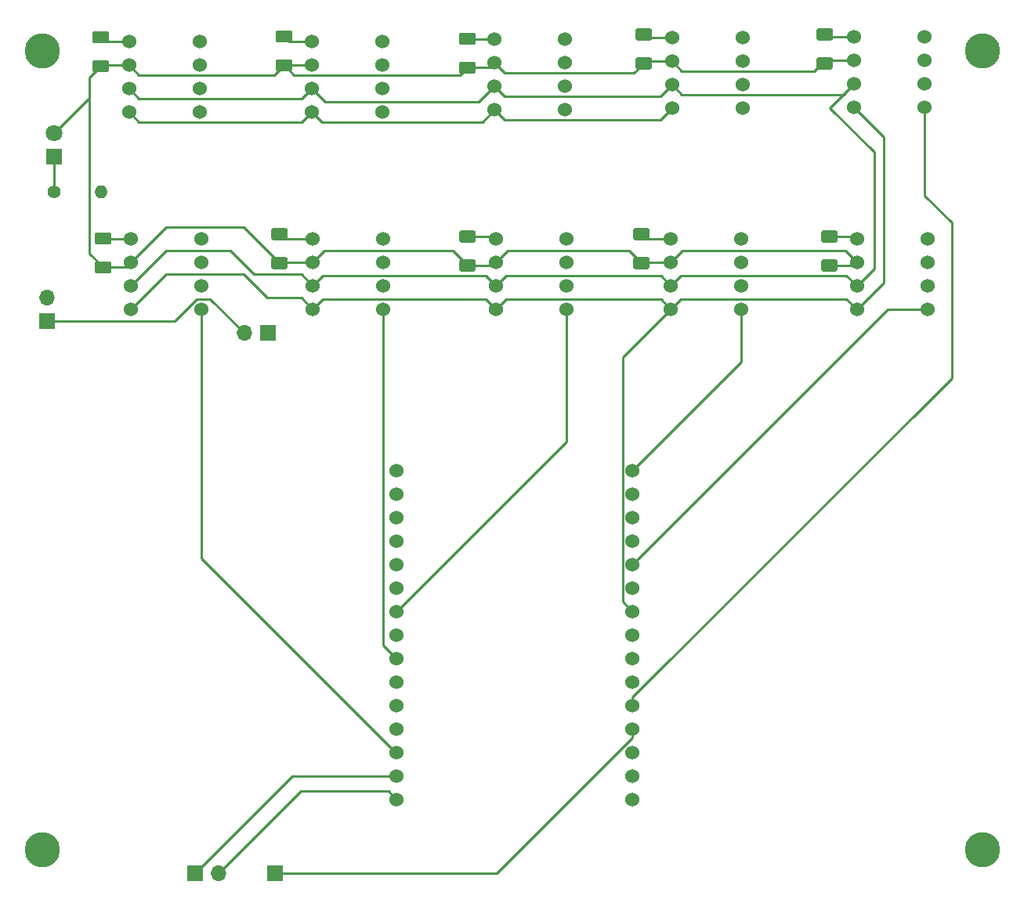
<source format=gbr>
%TF.GenerationSoftware,KiCad,Pcbnew,(5.1.10-1-10_14)*%
%TF.CreationDate,2022-02-04T13:42:09-08:00*%
%TF.ProjectId,Senser_Splitter,53656e73-6572-45f5-9370-6c6974746572,rev?*%
%TF.SameCoordinates,Original*%
%TF.FileFunction,Copper,L1,Top*%
%TF.FilePolarity,Positive*%
%FSLAX46Y46*%
G04 Gerber Fmt 4.6, Leading zero omitted, Abs format (unit mm)*
G04 Created by KiCad (PCBNEW (5.1.10-1-10_14)) date 2022-02-04 13:42:09*
%MOMM*%
%LPD*%
G01*
G04 APERTURE LIST*
%TA.AperFunction,ComponentPad*%
%ADD10O,1.400000X1.400000*%
%TD*%
%TA.AperFunction,ComponentPad*%
%ADD11C,1.400000*%
%TD*%
%TA.AperFunction,ComponentPad*%
%ADD12C,1.800000*%
%TD*%
%TA.AperFunction,ComponentPad*%
%ADD13R,1.800000X1.800000*%
%TD*%
%TA.AperFunction,ConnectorPad*%
%ADD14C,3.800000*%
%TD*%
%TA.AperFunction,ComponentPad*%
%ADD15C,2.600000*%
%TD*%
%TA.AperFunction,ComponentPad*%
%ADD16C,1.524000*%
%TD*%
%TA.AperFunction,ComponentPad*%
%ADD17R,1.700000X1.700000*%
%TD*%
%TA.AperFunction,ComponentPad*%
%ADD18O,1.700000X1.700000*%
%TD*%
%TA.AperFunction,Conductor*%
%ADD19C,0.250000*%
%TD*%
G04 APERTURE END LIST*
D10*
%TO.P,R101,2*%
%TO.N,GND*%
X92710000Y-69850000D03*
D11*
%TO.P,R101,1*%
%TO.N,Net-(D101-Pad1)*%
X87630000Y-69850000D03*
%TD*%
D12*
%TO.P,D101,2*%
%TO.N,Supply*%
X87630000Y-63500000D03*
D13*
%TO.P,D101,1*%
%TO.N,Net-(D101-Pad1)*%
X87630000Y-66040000D03*
%TD*%
D14*
%TO.P,H104,1*%
%TO.N,GND*%
X86360000Y-140970000D03*
D15*
X86360000Y-140970000D03*
%TD*%
D14*
%TO.P,H103,1*%
%TO.N,GND*%
X86360000Y-54610000D03*
D15*
X86360000Y-54610000D03*
%TD*%
D14*
%TO.P,H102,1*%
%TO.N,GND*%
X187960000Y-140970000D03*
D15*
X187960000Y-140970000D03*
%TD*%
D14*
%TO.P,H101,1*%
%TO.N,GND*%
X187960000Y-54610000D03*
D15*
X187960000Y-54610000D03*
%TD*%
D16*
%TO.P,U101,EN*%
%TO.N,Net-(U101-PadEN)*%
X124690000Y-99945000D03*
%TO.P,U101,VP*%
%TO.N,Net-(U101-PadVP)*%
X124690000Y-102485000D03*
%TO.P,U101,VN*%
%TO.N,Net-(U101-PadVN)*%
X124690000Y-105025000D03*
%TO.P,U101,D34*%
%TO.N,Net-(U101-PadD34)*%
X124690000Y-107565000D03*
%TO.P,U101,D35*%
%TO.N,Net-(U101-PadD35)*%
X124690000Y-110105000D03*
%TO.P,U101,D32*%
%TO.N,P1*%
X124690000Y-112645000D03*
%TO.P,U101,D33*%
%TO.N,P2*%
X124690000Y-115185000D03*
%TO.P,U101,D25*%
%TO.N,P3*%
X124690000Y-117725000D03*
%TO.P,U101,D26*%
%TO.N,P4*%
X124690000Y-120265000D03*
%TO.P,U101,D27*%
%TO.N,P5*%
X124690000Y-122805000D03*
%TO.P,U101,D14*%
%TO.N,Net-(U101-PadD14)*%
X124690000Y-125345000D03*
%TO.P,U101,D12*%
%TO.N,Net-(U101-PadD12)*%
X124690000Y-127885000D03*
%TO.P,U101,D13*%
%TO.N,P6*%
X124690000Y-130425000D03*
%TO.P,U101,GND*%
%TO.N,GND*%
X124690000Y-132965000D03*
%TO.P,U101,Vin*%
%TO.N,Net-(J107-Pad2)*%
X124690000Y-135505000D03*
%TO.P,U101,D23*%
%TO.N,P7*%
X150190000Y-99945000D03*
%TO.P,U101,D22*%
%TO.N,P8*%
X150190000Y-102485000D03*
%TO.P,U101,TX0*%
%TO.N,Net-(U101-PadTX0)*%
X150190000Y-105025000D03*
%TO.P,U101,RX0*%
%TO.N,Net-(U101-PadRX0)*%
X150190000Y-107565000D03*
%TO.P,U101,D21*%
%TO.N,P9*%
X150190000Y-110105000D03*
%TO.P,U101,D19*%
%TO.N,SDA*%
X150190000Y-112645000D03*
%TO.P,U101,D18*%
%TO.N,SCL*%
X150190000Y-115185000D03*
%TO.P,U101,D5*%
%TO.N,Net-(U101-PadD5)*%
X150190000Y-117725000D03*
%TO.P,U101,TX2*%
%TO.N,Net-(U101-PadTX2)*%
X150190000Y-120265000D03*
%TO.P,U101,RX2*%
%TO.N,Net-(U101-PadRX2)*%
X150190000Y-122805000D03*
%TO.P,U101,D4*%
%TO.N,P10*%
X150190000Y-125345000D03*
%TO.P,U101,D2*%
%TO.N,Relay*%
X150190000Y-127885000D03*
%TO.P,U101,D15*%
%TO.N,Net-(U101-PadD15)*%
X150190000Y-130425000D03*
%TO.P,U101,GND*%
%TO.N,GND*%
X150190000Y-132965000D03*
%TO.P,U101,3V3*%
%TO.N,Net-(U101-Pad3V3)*%
X150190000Y-135505000D03*
%TD*%
%TO.P,J114,8*%
%TO.N,SCL*%
X174117000Y-60706000D03*
%TO.P,J114,7*%
%TO.N,SDA*%
X174117000Y-58166000D03*
%TO.P,J114,6*%
%TO.N,Supply*%
X174117000Y-55626000D03*
%TO.P,J114,5*%
%TO.N,GND*%
X174117000Y-53086000D03*
%TO.P,J114,4*%
%TO.N,Net-(J114-Pad4)*%
X181737000Y-53086000D03*
%TO.P,J114,3*%
%TO.N,Net-(J114-Pad3)*%
X181737000Y-55626000D03*
%TO.P,J114,2*%
%TO.N,Net-(J114-Pad2)*%
X181737000Y-58166000D03*
%TO.P,J114,1*%
%TO.N,P10*%
X181737000Y-60706000D03*
%TD*%
%TO.P,J113,8*%
%TO.N,SCL*%
X95758000Y-61214000D03*
%TO.P,J113,7*%
%TO.N,SDA*%
X95758000Y-58674000D03*
%TO.P,J113,6*%
%TO.N,Supply*%
X95758000Y-56134000D03*
%TO.P,J113,5*%
%TO.N,GND*%
X95758000Y-53594000D03*
%TO.P,J113,4*%
%TO.N,Net-(J113-Pad4)*%
X103378000Y-53594000D03*
%TO.P,J113,3*%
%TO.N,Net-(J113-Pad3)*%
X103378000Y-56134000D03*
%TO.P,J113,2*%
%TO.N,Net-(J113-Pad2)*%
X103378000Y-58674000D03*
%TO.P,J113,1*%
%TO.N,P5*%
X103378000Y-61214000D03*
%TD*%
%TO.P,J112,8*%
%TO.N,SCL*%
X174415999Y-82528999D03*
%TO.P,J112,7*%
%TO.N,SDA*%
X174415999Y-79988999D03*
%TO.P,J112,6*%
%TO.N,Supply*%
X174415999Y-77448999D03*
%TO.P,J112,5*%
%TO.N,GND*%
X174415999Y-74908999D03*
%TO.P,J112,4*%
%TO.N,Net-(J112-Pad4)*%
X182035999Y-74908999D03*
%TO.P,J112,3*%
%TO.N,Net-(J112-Pad3)*%
X182035999Y-77448999D03*
%TO.P,J112,2*%
%TO.N,Net-(J112-Pad2)*%
X182035999Y-79988999D03*
%TO.P,J112,1*%
%TO.N,P9*%
X182035999Y-82528999D03*
%TD*%
%TO.P,J111,8*%
%TO.N,SCL*%
X115640999Y-82502999D03*
%TO.P,J111,7*%
%TO.N,SDA*%
X115640999Y-79962999D03*
%TO.P,J111,6*%
%TO.N,Supply*%
X115640999Y-77422999D03*
%TO.P,J111,5*%
%TO.N,GND*%
X115640999Y-74882999D03*
%TO.P,J111,4*%
%TO.N,Net-(J111-Pad4)*%
X123260999Y-74882999D03*
%TO.P,J111,3*%
%TO.N,Net-(J111-Pad3)*%
X123260999Y-77422999D03*
%TO.P,J111,2*%
%TO.N,Net-(J111-Pad2)*%
X123260999Y-79962999D03*
%TO.P,J111,1*%
%TO.N,P4*%
X123260999Y-82502999D03*
%TD*%
D17*
%TO.P,J110,1*%
%TO.N,Relay*%
X111506000Y-143510000D03*
%TD*%
D16*
%TO.P,J109,8*%
%TO.N,SCL*%
X154432000Y-60759999D03*
%TO.P,J109,7*%
%TO.N,SDA*%
X154432000Y-58219999D03*
%TO.P,J109,6*%
%TO.N,Supply*%
X154432000Y-55679999D03*
%TO.P,J109,5*%
%TO.N,GND*%
X154432000Y-53139999D03*
%TO.P,J109,4*%
%TO.N,Net-(J109-Pad4)*%
X162052000Y-53139999D03*
%TO.P,J109,3*%
%TO.N,Net-(J109-Pad3)*%
X162052000Y-55679999D03*
%TO.P,J109,2*%
%TO.N,Net-(J109-Pad2)*%
X162052000Y-58219999D03*
%TO.P,J109,1*%
%TO.N,P8*%
X162052000Y-60759999D03*
%TD*%
%TO.P,J108,8*%
%TO.N,SCL*%
X115539999Y-61166999D03*
%TO.P,J108,7*%
%TO.N,SDA*%
X115539999Y-58626999D03*
%TO.P,J108,6*%
%TO.N,Supply*%
X115539999Y-56086999D03*
%TO.P,J108,5*%
%TO.N,GND*%
X115539999Y-53546999D03*
%TO.P,J108,4*%
%TO.N,Net-(J108-Pad4)*%
X123159999Y-53546999D03*
%TO.P,J108,3*%
%TO.N,Net-(J108-Pad3)*%
X123159999Y-56086999D03*
%TO.P,J108,2*%
%TO.N,Net-(J108-Pad2)*%
X123159999Y-58626999D03*
%TO.P,J108,1*%
%TO.N,P3*%
X123159999Y-61166999D03*
%TD*%
D18*
%TO.P,J107,2*%
%TO.N,Net-(J107-Pad2)*%
X105410000Y-143510000D03*
D17*
%TO.P,J107,1*%
%TO.N,GND*%
X102870000Y-143510000D03*
%TD*%
D16*
%TO.P,J106,8*%
%TO.N,SCL*%
X154305000Y-82502999D03*
%TO.P,J106,7*%
%TO.N,SDA*%
X154305000Y-79962999D03*
%TO.P,J106,6*%
%TO.N,Supply*%
X154305000Y-77422999D03*
%TO.P,J106,5*%
%TO.N,GND*%
X154305000Y-74882999D03*
%TO.P,J106,4*%
%TO.N,Net-(J106-Pad4)*%
X161925000Y-74882999D03*
%TO.P,J106,3*%
%TO.N,Net-(J106-Pad3)*%
X161925000Y-77422999D03*
%TO.P,J106,2*%
%TO.N,Net-(J106-Pad2)*%
X161925000Y-79962999D03*
%TO.P,J106,1*%
%TO.N,P7*%
X161925000Y-82502999D03*
%TD*%
%TO.P,J105,8*%
%TO.N,SCL*%
X135452999Y-82528999D03*
%TO.P,J105,7*%
%TO.N,SDA*%
X135452999Y-79988999D03*
%TO.P,J105,6*%
%TO.N,Supply*%
X135452999Y-77448999D03*
%TO.P,J105,5*%
%TO.N,GND*%
X135452999Y-74908999D03*
%TO.P,J105,4*%
%TO.N,Net-(J105-Pad4)*%
X143072999Y-74908999D03*
%TO.P,J105,3*%
%TO.N,Net-(J105-Pad3)*%
X143072999Y-77448999D03*
%TO.P,J105,2*%
%TO.N,Net-(J105-Pad2)*%
X143072999Y-79988999D03*
%TO.P,J105,1*%
%TO.N,P2*%
X143072999Y-82528999D03*
%TD*%
D18*
%TO.P,J104,2*%
%TO.N,GND*%
X86868000Y-81280000D03*
D17*
%TO.P,J104,1*%
%TO.N,Net-(J103-Pad2)*%
X86868000Y-83820000D03*
%TD*%
D18*
%TO.P,J103,2*%
%TO.N,Net-(J103-Pad2)*%
X108204000Y-85090000D03*
D17*
%TO.P,J103,1*%
%TO.N,Supply*%
X110744000Y-85090000D03*
%TD*%
D16*
%TO.P,J102,8*%
%TO.N,SCL*%
X95981999Y-82528999D03*
%TO.P,J102,7*%
%TO.N,SDA*%
X95981999Y-79988999D03*
%TO.P,J102,6*%
%TO.N,Supply*%
X95981999Y-77448999D03*
%TO.P,J102,5*%
%TO.N,GND*%
X95981999Y-74908999D03*
%TO.P,J102,4*%
%TO.N,Net-(J102-Pad4)*%
X103601999Y-74908999D03*
%TO.P,J102,3*%
%TO.N,Net-(J102-Pad3)*%
X103601999Y-77448999D03*
%TO.P,J102,2*%
%TO.N,Net-(J102-Pad2)*%
X103601999Y-79988999D03*
%TO.P,J102,1*%
%TO.N,P6*%
X103601999Y-82528999D03*
%TD*%
%TO.P,J101,8*%
%TO.N,SCL*%
X135255000Y-60938999D03*
%TO.P,J101,7*%
%TO.N,SDA*%
X135255000Y-58398999D03*
%TO.P,J101,6*%
%TO.N,Supply*%
X135255000Y-55858999D03*
%TO.P,J101,5*%
%TO.N,GND*%
X135255000Y-53318999D03*
%TO.P,J101,4*%
%TO.N,Net-(J101-Pad4)*%
X142875000Y-53318999D03*
%TO.P,J101,3*%
%TO.N,Net-(J101-Pad3)*%
X142875000Y-55858999D03*
%TO.P,J101,2*%
%TO.N,Net-(J101-Pad2)*%
X142875000Y-58398999D03*
%TO.P,J101,1*%
%TO.N,P1*%
X142875000Y-60938999D03*
%TD*%
%TO.P,100nf110,2*%
%TO.N,GND*%
%TA.AperFunction,SMDPad,CuDef*%
G36*
G01*
X93614001Y-75515500D02*
X92313999Y-75515500D01*
G75*
G02*
X92064000Y-75265501I0J249999D01*
G01*
X92064000Y-74440499D01*
G75*
G02*
X92313999Y-74190500I249999J0D01*
G01*
X93614001Y-74190500D01*
G75*
G02*
X93864000Y-74440499I0J-249999D01*
G01*
X93864000Y-75265501D01*
G75*
G02*
X93614001Y-75515500I-249999J0D01*
G01*
G37*
%TD.AperFunction*%
%TO.P,100nf110,1*%
%TO.N,Supply*%
%TA.AperFunction,SMDPad,CuDef*%
G36*
G01*
X93614001Y-78640500D02*
X92313999Y-78640500D01*
G75*
G02*
X92064000Y-78390501I0J249999D01*
G01*
X92064000Y-77565499D01*
G75*
G02*
X92313999Y-77315500I249999J0D01*
G01*
X93614001Y-77315500D01*
G75*
G02*
X93864000Y-77565499I0J-249999D01*
G01*
X93864000Y-78390501D01*
G75*
G02*
X93614001Y-78640500I-249999J0D01*
G01*
G37*
%TD.AperFunction*%
%TD*%
%TO.P,100nf109,2*%
%TO.N,GND*%
%TA.AperFunction,SMDPad,CuDef*%
G36*
G01*
X171592001Y-53456000D02*
X170291999Y-53456000D01*
G75*
G02*
X170042000Y-53206001I0J249999D01*
G01*
X170042000Y-52380999D01*
G75*
G02*
X170291999Y-52131000I249999J0D01*
G01*
X171592001Y-52131000D01*
G75*
G02*
X171842000Y-52380999I0J-249999D01*
G01*
X171842000Y-53206001D01*
G75*
G02*
X171592001Y-53456000I-249999J0D01*
G01*
G37*
%TD.AperFunction*%
%TO.P,100nf109,1*%
%TO.N,Supply*%
%TA.AperFunction,SMDPad,CuDef*%
G36*
G01*
X171592001Y-56581000D02*
X170291999Y-56581000D01*
G75*
G02*
X170042000Y-56331001I0J249999D01*
G01*
X170042000Y-55505999D01*
G75*
G02*
X170291999Y-55256000I249999J0D01*
G01*
X171592001Y-55256000D01*
G75*
G02*
X171842000Y-55505999I0J-249999D01*
G01*
X171842000Y-56331001D01*
G75*
G02*
X171592001Y-56581000I-249999J0D01*
G01*
G37*
%TD.AperFunction*%
%TD*%
%TO.P,100nf108,2*%
%TO.N,GND*%
%TA.AperFunction,SMDPad,CuDef*%
G36*
G01*
X112664001Y-75046000D02*
X111363999Y-75046000D01*
G75*
G02*
X111114000Y-74796001I0J249999D01*
G01*
X111114000Y-73970999D01*
G75*
G02*
X111363999Y-73721000I249999J0D01*
G01*
X112664001Y-73721000D01*
G75*
G02*
X112914000Y-73970999I0J-249999D01*
G01*
X112914000Y-74796001D01*
G75*
G02*
X112664001Y-75046000I-249999J0D01*
G01*
G37*
%TD.AperFunction*%
%TO.P,100nf108,1*%
%TO.N,Supply*%
%TA.AperFunction,SMDPad,CuDef*%
G36*
G01*
X112664001Y-78171000D02*
X111363999Y-78171000D01*
G75*
G02*
X111114000Y-77921001I0J249999D01*
G01*
X111114000Y-77095999D01*
G75*
G02*
X111363999Y-76846000I249999J0D01*
G01*
X112664001Y-76846000D01*
G75*
G02*
X112914000Y-77095999I0J-249999D01*
G01*
X112914000Y-77921001D01*
G75*
G02*
X112664001Y-78171000I-249999J0D01*
G01*
G37*
%TD.AperFunction*%
%TD*%
%TO.P,100nf107,2*%
%TO.N,GND*%
%TA.AperFunction,SMDPad,CuDef*%
G36*
G01*
X172100001Y-75300000D02*
X170799999Y-75300000D01*
G75*
G02*
X170550000Y-75050001I0J249999D01*
G01*
X170550000Y-74224999D01*
G75*
G02*
X170799999Y-73975000I249999J0D01*
G01*
X172100001Y-73975000D01*
G75*
G02*
X172350000Y-74224999I0J-249999D01*
G01*
X172350000Y-75050001D01*
G75*
G02*
X172100001Y-75300000I-249999J0D01*
G01*
G37*
%TD.AperFunction*%
%TO.P,100nf107,1*%
%TO.N,Supply*%
%TA.AperFunction,SMDPad,CuDef*%
G36*
G01*
X172100001Y-78425000D02*
X170799999Y-78425000D01*
G75*
G02*
X170550000Y-78175001I0J249999D01*
G01*
X170550000Y-77349999D01*
G75*
G02*
X170799999Y-77100000I249999J0D01*
G01*
X172100001Y-77100000D01*
G75*
G02*
X172350000Y-77349999I0J-249999D01*
G01*
X172350000Y-78175001D01*
G75*
G02*
X172100001Y-78425000I-249999J0D01*
G01*
G37*
%TD.AperFunction*%
%TD*%
%TO.P,100nf106,2*%
%TO.N,GND*%
%TA.AperFunction,SMDPad,CuDef*%
G36*
G01*
X93360001Y-53748500D02*
X92059999Y-53748500D01*
G75*
G02*
X91810000Y-53498501I0J249999D01*
G01*
X91810000Y-52673499D01*
G75*
G02*
X92059999Y-52423500I249999J0D01*
G01*
X93360001Y-52423500D01*
G75*
G02*
X93610000Y-52673499I0J-249999D01*
G01*
X93610000Y-53498501D01*
G75*
G02*
X93360001Y-53748500I-249999J0D01*
G01*
G37*
%TD.AperFunction*%
%TO.P,100nf106,1*%
%TO.N,Supply*%
%TA.AperFunction,SMDPad,CuDef*%
G36*
G01*
X93360001Y-56873500D02*
X92059999Y-56873500D01*
G75*
G02*
X91810000Y-56623501I0J249999D01*
G01*
X91810000Y-55798499D01*
G75*
G02*
X92059999Y-55548500I249999J0D01*
G01*
X93360001Y-55548500D01*
G75*
G02*
X93610000Y-55798499I0J-249999D01*
G01*
X93610000Y-56623501D01*
G75*
G02*
X93360001Y-56873500I-249999J0D01*
G01*
G37*
%TD.AperFunction*%
%TD*%
%TO.P,100nf105,2*%
%TO.N,GND*%
%TA.AperFunction,SMDPad,CuDef*%
G36*
G01*
X132984001Y-53925500D02*
X131683999Y-53925500D01*
G75*
G02*
X131434000Y-53675501I0J249999D01*
G01*
X131434000Y-52850499D01*
G75*
G02*
X131683999Y-52600500I249999J0D01*
G01*
X132984001Y-52600500D01*
G75*
G02*
X133234000Y-52850499I0J-249999D01*
G01*
X133234000Y-53675501D01*
G75*
G02*
X132984001Y-53925500I-249999J0D01*
G01*
G37*
%TD.AperFunction*%
%TO.P,100nf105,1*%
%TO.N,Supply*%
%TA.AperFunction,SMDPad,CuDef*%
G36*
G01*
X132984001Y-57050500D02*
X131683999Y-57050500D01*
G75*
G02*
X131434000Y-56800501I0J249999D01*
G01*
X131434000Y-55975499D01*
G75*
G02*
X131683999Y-55725500I249999J0D01*
G01*
X132984001Y-55725500D01*
G75*
G02*
X133234000Y-55975499I0J-249999D01*
G01*
X133234000Y-56800501D01*
G75*
G02*
X132984001Y-57050500I-249999J0D01*
G01*
G37*
%TD.AperFunction*%
%TD*%
%TO.P,100nf104,2*%
%TO.N,GND*%
%TA.AperFunction,SMDPad,CuDef*%
G36*
G01*
X151780001Y-75046000D02*
X150479999Y-75046000D01*
G75*
G02*
X150230000Y-74796001I0J249999D01*
G01*
X150230000Y-73970999D01*
G75*
G02*
X150479999Y-73721000I249999J0D01*
G01*
X151780001Y-73721000D01*
G75*
G02*
X152030000Y-73970999I0J-249999D01*
G01*
X152030000Y-74796001D01*
G75*
G02*
X151780001Y-75046000I-249999J0D01*
G01*
G37*
%TD.AperFunction*%
%TO.P,100nf104,1*%
%TO.N,Supply*%
%TA.AperFunction,SMDPad,CuDef*%
G36*
G01*
X151780001Y-78171000D02*
X150479999Y-78171000D01*
G75*
G02*
X150230000Y-77921001I0J249999D01*
G01*
X150230000Y-77095999D01*
G75*
G02*
X150479999Y-76846000I249999J0D01*
G01*
X151780001Y-76846000D01*
G75*
G02*
X152030000Y-77095999I0J-249999D01*
G01*
X152030000Y-77921001D01*
G75*
G02*
X151780001Y-78171000I-249999J0D01*
G01*
G37*
%TD.AperFunction*%
%TD*%
%TO.P,100nf103,2*%
%TO.N,GND*%
%TA.AperFunction,SMDPad,CuDef*%
G36*
G01*
X113172001Y-53671500D02*
X111871999Y-53671500D01*
G75*
G02*
X111622000Y-53421501I0J249999D01*
G01*
X111622000Y-52596499D01*
G75*
G02*
X111871999Y-52346500I249999J0D01*
G01*
X113172001Y-52346500D01*
G75*
G02*
X113422000Y-52596499I0J-249999D01*
G01*
X113422000Y-53421501D01*
G75*
G02*
X113172001Y-53671500I-249999J0D01*
G01*
G37*
%TD.AperFunction*%
%TO.P,100nf103,1*%
%TO.N,Supply*%
%TA.AperFunction,SMDPad,CuDef*%
G36*
G01*
X113172001Y-56796500D02*
X111871999Y-56796500D01*
G75*
G02*
X111622000Y-56546501I0J249999D01*
G01*
X111622000Y-55721499D01*
G75*
G02*
X111871999Y-55471500I249999J0D01*
G01*
X113172001Y-55471500D01*
G75*
G02*
X113422000Y-55721499I0J-249999D01*
G01*
X113422000Y-56546501D01*
G75*
G02*
X113172001Y-56796500I-249999J0D01*
G01*
G37*
%TD.AperFunction*%
%TD*%
%TO.P,100nf102,2*%
%TO.N,GND*%
%TA.AperFunction,SMDPad,CuDef*%
G36*
G01*
X152034001Y-53456000D02*
X150733999Y-53456000D01*
G75*
G02*
X150484000Y-53206001I0J249999D01*
G01*
X150484000Y-52380999D01*
G75*
G02*
X150733999Y-52131000I249999J0D01*
G01*
X152034001Y-52131000D01*
G75*
G02*
X152284000Y-52380999I0J-249999D01*
G01*
X152284000Y-53206001D01*
G75*
G02*
X152034001Y-53456000I-249999J0D01*
G01*
G37*
%TD.AperFunction*%
%TO.P,100nf102,1*%
%TO.N,Supply*%
%TA.AperFunction,SMDPad,CuDef*%
G36*
G01*
X152034001Y-56581000D02*
X150733999Y-56581000D01*
G75*
G02*
X150484000Y-56331001I0J249999D01*
G01*
X150484000Y-55505999D01*
G75*
G02*
X150733999Y-55256000I249999J0D01*
G01*
X152034001Y-55256000D01*
G75*
G02*
X152284000Y-55505999I0J-249999D01*
G01*
X152284000Y-56331001D01*
G75*
G02*
X152034001Y-56581000I-249999J0D01*
G01*
G37*
%TD.AperFunction*%
%TD*%
%TO.P,100nf101,2*%
%TO.N,GND*%
%TA.AperFunction,SMDPad,CuDef*%
G36*
G01*
X132984001Y-75300000D02*
X131683999Y-75300000D01*
G75*
G02*
X131434000Y-75050001I0J249999D01*
G01*
X131434000Y-74224999D01*
G75*
G02*
X131683999Y-73975000I249999J0D01*
G01*
X132984001Y-73975000D01*
G75*
G02*
X133234000Y-74224999I0J-249999D01*
G01*
X133234000Y-75050001D01*
G75*
G02*
X132984001Y-75300000I-249999J0D01*
G01*
G37*
%TD.AperFunction*%
%TO.P,100nf101,1*%
%TO.N,Supply*%
%TA.AperFunction,SMDPad,CuDef*%
G36*
G01*
X132984001Y-78425000D02*
X131683999Y-78425000D01*
G75*
G02*
X131434000Y-78175001I0J249999D01*
G01*
X131434000Y-77349999D01*
G75*
G02*
X131683999Y-77100000I249999J0D01*
G01*
X132984001Y-77100000D01*
G75*
G02*
X133234000Y-77349999I0J-249999D01*
G01*
X133234000Y-78175001D01*
G75*
G02*
X132984001Y-78425000I-249999J0D01*
G01*
G37*
%TD.AperFunction*%
%TD*%
D19*
%TO.N,SCL*%
X174117000Y-60706000D02*
X177292000Y-63881000D01*
X177292000Y-79652998D02*
X174415999Y-82528999D01*
X177292000Y-63881000D02*
X177292000Y-79652998D01*
X114405997Y-62301001D02*
X115539999Y-61166999D01*
X96845001Y-62301001D02*
X114405997Y-62301001D01*
X95758000Y-61214000D02*
X96845001Y-62301001D01*
X133939999Y-62254000D02*
X135255000Y-60938999D01*
X116627000Y-62254000D02*
X133939999Y-62254000D01*
X115539999Y-61166999D02*
X116627000Y-62254000D01*
X153165999Y-62026000D02*
X154432000Y-60759999D01*
X136342001Y-62026000D02*
X153165999Y-62026000D01*
X135255000Y-60938999D02*
X136342001Y-62026000D01*
X134339998Y-81415998D02*
X135452999Y-82528999D01*
X116728000Y-81415998D02*
X134339998Y-81415998D01*
X115640999Y-82502999D02*
X116728000Y-81415998D01*
X153243999Y-81441998D02*
X154305000Y-82502999D01*
X136540000Y-81441998D02*
X153243999Y-81441998D01*
X135452999Y-82528999D02*
X136540000Y-81441998D01*
X155392001Y-81415998D02*
X173302998Y-81415998D01*
X173302998Y-81415998D02*
X174415999Y-82528999D01*
X154305000Y-82502999D02*
X155392001Y-81415998D01*
X149102999Y-114097999D02*
X150190000Y-115185000D01*
X149102999Y-87705000D02*
X149102999Y-114097999D01*
X154305000Y-82502999D02*
X149102999Y-87705000D01*
X114418000Y-81280000D02*
X115640999Y-82502999D01*
X110733399Y-81280000D02*
X114418000Y-81280000D01*
X108193399Y-78740000D02*
X110733399Y-81280000D01*
X99770998Y-78740000D02*
X108193399Y-78740000D01*
X95981999Y-82528999D02*
X99770998Y-78740000D01*
%TO.N,SDA*%
X171513500Y-60769500D02*
X174117000Y-58166000D01*
X176276000Y-65532000D02*
X171513500Y-60769500D01*
X176276000Y-78128998D02*
X176276000Y-65532000D01*
X174415999Y-79988999D02*
X176276000Y-78128998D01*
X114405997Y-59761001D02*
X115539999Y-58626999D01*
X96845001Y-59761001D02*
X114405997Y-59761001D01*
X95758000Y-58674000D02*
X96845001Y-59761001D01*
X133574001Y-60079998D02*
X135255000Y-58398999D01*
X116992998Y-60079998D02*
X133574001Y-60079998D01*
X115539999Y-58626999D02*
X116992998Y-60079998D01*
X153165999Y-59486000D02*
X154432000Y-58219999D01*
X136342001Y-59486000D02*
X153165999Y-59486000D01*
X135255000Y-58398999D02*
X136342001Y-59486000D01*
X172976000Y-59307000D02*
X174117000Y-58166000D01*
X155519001Y-59307000D02*
X172976000Y-59307000D01*
X154432000Y-58219999D02*
X155519001Y-59307000D01*
X134339998Y-78875998D02*
X135452999Y-79988999D01*
X116728000Y-78875998D02*
X134339998Y-78875998D01*
X115640999Y-79962999D02*
X116728000Y-78875998D01*
X136540000Y-78901998D02*
X153243999Y-78901998D01*
X153243999Y-78901998D02*
X154305000Y-79962999D01*
X135452999Y-79988999D02*
X136540000Y-78901998D01*
X173302998Y-78875998D02*
X174415999Y-79988999D01*
X155392001Y-78875998D02*
X173302998Y-78875998D01*
X154305000Y-79962999D02*
X155392001Y-78875998D01*
X109220000Y-78740000D02*
X114418000Y-78740000D01*
X106680000Y-76200000D02*
X109220000Y-78740000D01*
X114418000Y-78740000D02*
X115640999Y-79962999D01*
X99770998Y-76200000D02*
X106680000Y-76200000D01*
X95981999Y-79988999D02*
X99770998Y-76200000D01*
%TO.N,Supply*%
X95452998Y-77978000D02*
X95981999Y-77448999D01*
X92964000Y-77978000D02*
X95452998Y-77978000D01*
X134725999Y-56388000D02*
X135255000Y-55858999D01*
X132334000Y-56388000D02*
X134725999Y-56388000D01*
X135139498Y-77762500D02*
X135452999Y-77448999D01*
X132334000Y-77762500D02*
X135139498Y-77762500D01*
X174102498Y-77762500D02*
X174415999Y-77448999D01*
X171450000Y-77762500D02*
X174102498Y-77762500D01*
X112099501Y-77422999D02*
X112014000Y-77508500D01*
X115640999Y-77422999D02*
X112099501Y-77422999D01*
X112569001Y-56086999D02*
X112522000Y-56134000D01*
X115539999Y-56086999D02*
X112569001Y-56086999D01*
X92787000Y-56134000D02*
X92710000Y-56211000D01*
X95758000Y-56134000D02*
X92787000Y-56134000D01*
X151622501Y-55679999D02*
X151384000Y-55918500D01*
X154432000Y-55679999D02*
X151622501Y-55679999D01*
X171234500Y-55626000D02*
X170942000Y-55918500D01*
X174117000Y-55626000D02*
X171234500Y-55626000D01*
X151215501Y-77422999D02*
X151130000Y-77508500D01*
X154305000Y-77422999D02*
X151215501Y-77422999D01*
X155519001Y-56767000D02*
X169801000Y-56767000D01*
X154432000Y-55679999D02*
X155519001Y-56767000D01*
X170649500Y-55918500D02*
X170942000Y-55918500D01*
X169801000Y-56767000D02*
X170649500Y-55918500D01*
X111434999Y-57221001D02*
X112522000Y-56134000D01*
X96845001Y-57221001D02*
X111434999Y-57221001D01*
X95758000Y-56134000D02*
X96845001Y-57221001D01*
X131548000Y-57174000D02*
X132334000Y-56388000D01*
X113562000Y-57174000D02*
X131548000Y-57174000D01*
X112522000Y-56134000D02*
X113562000Y-57174000D01*
X150356500Y-56946000D02*
X151384000Y-55918500D01*
X136342001Y-56946000D02*
X150356500Y-56946000D01*
X135255000Y-55858999D02*
X136342001Y-56946000D01*
X91484990Y-57436010D02*
X92710000Y-56211000D01*
X91484990Y-76498990D02*
X91484990Y-57436010D01*
X92964000Y-77978000D02*
X91484990Y-76498990D01*
X130771500Y-76200000D02*
X132334000Y-77762500D01*
X116863998Y-76200000D02*
X130771500Y-76200000D01*
X115640999Y-77422999D02*
X116863998Y-76200000D01*
X149821500Y-76200000D02*
X151130000Y-77508500D01*
X136701998Y-76200000D02*
X149821500Y-76200000D01*
X135452999Y-77448999D02*
X136701998Y-76200000D01*
X173167000Y-76200000D02*
X174415999Y-77448999D01*
X155527999Y-76200000D02*
X173167000Y-76200000D01*
X154305000Y-77422999D02*
X155527999Y-76200000D01*
X108165500Y-73660000D02*
X112014000Y-77508500D01*
X99770998Y-73660000D02*
X108165500Y-73660000D01*
X95981999Y-77448999D02*
X99770998Y-73660000D01*
X91484990Y-59645010D02*
X87630000Y-63500000D01*
X91484990Y-57436010D02*
X91484990Y-59645010D01*
%TO.N,GND*%
X95926000Y-74853000D02*
X95981999Y-74908999D01*
X92964000Y-74853000D02*
X95926000Y-74853000D01*
X135199001Y-53263000D02*
X135255000Y-53318999D01*
X132334000Y-53263000D02*
X135199001Y-53263000D01*
X135181500Y-74637500D02*
X135452999Y-74908999D01*
X132334000Y-74637500D02*
X135181500Y-74637500D01*
X174144500Y-74637500D02*
X174415999Y-74908999D01*
X171450000Y-74637500D02*
X174144500Y-74637500D01*
X112513499Y-74882999D02*
X112014000Y-74383500D01*
X115640999Y-74882999D02*
X112513499Y-74882999D01*
X113059999Y-53546999D02*
X112522000Y-53009000D01*
X115539999Y-53546999D02*
X113059999Y-53546999D01*
X93218000Y-53594000D02*
X92710000Y-53086000D01*
X95758000Y-53594000D02*
X93218000Y-53594000D01*
X154432000Y-53139999D02*
X150675999Y-53139999D01*
X151022498Y-52793500D02*
X151384000Y-52793500D01*
X150675999Y-53139999D02*
X151022498Y-52793500D01*
X171234500Y-53086000D02*
X170942000Y-52793500D01*
X174117000Y-53086000D02*
X171234500Y-53086000D01*
X151629499Y-74882999D02*
X151130000Y-74383500D01*
X154305000Y-74882999D02*
X151629499Y-74882999D01*
X113415000Y-132965000D02*
X124690000Y-132965000D01*
X102870000Y-143510000D02*
X113415000Y-132965000D01*
%TO.N,P6*%
X103601999Y-82528999D02*
X103601999Y-109443999D01*
X124583000Y-130425000D02*
X124690000Y-130425000D01*
X103601999Y-109443999D02*
X124583000Y-130425000D01*
%TO.N,P2*%
X143072999Y-96802001D02*
X124690000Y-115185000D01*
X143072999Y-82528999D02*
X143072999Y-96802001D01*
%TO.N,P7*%
X161925000Y-88210000D02*
X150190000Y-99945000D01*
X161925000Y-82502999D02*
X161925000Y-88210000D01*
%TO.N,P4*%
X123260999Y-118835999D02*
X124690000Y-120265000D01*
X123260999Y-82502999D02*
X123260999Y-118835999D01*
%TO.N,P9*%
X177766001Y-82528999D02*
X150190000Y-110105000D01*
X182035999Y-82528999D02*
X177766001Y-82528999D01*
%TO.N,P10*%
X150190000Y-124413762D02*
X150190000Y-125345000D01*
X184658000Y-73152000D02*
X184658000Y-89945762D01*
X184658000Y-89945762D02*
X150190000Y-124413762D01*
X181737000Y-70231000D02*
X184658000Y-73152000D01*
X181737000Y-60706000D02*
X181737000Y-70231000D01*
%TO.N,Net-(J103-Pad2)*%
X103080238Y-81441998D02*
X104555998Y-81441998D01*
X104555998Y-81441998D02*
X108204000Y-85090000D01*
X100702236Y-83820000D02*
X103080238Y-81441998D01*
X86868000Y-83820000D02*
X100702236Y-83820000D01*
%TO.N,Net-(J107-Pad2)*%
X105410000Y-143510000D02*
X114300000Y-134620000D01*
X123805000Y-134620000D02*
X124690000Y-135505000D01*
X114300000Y-134620000D02*
X123805000Y-134620000D01*
%TO.N,Relay*%
X150190000Y-128816238D02*
X150190000Y-127885000D01*
X135496238Y-143510000D02*
X150190000Y-128816238D01*
X111506000Y-143510000D02*
X135496238Y-143510000D01*
%TO.N,Net-(D101-Pad1)*%
X87630000Y-66040000D02*
X87630000Y-69850000D01*
%TD*%
M02*

</source>
